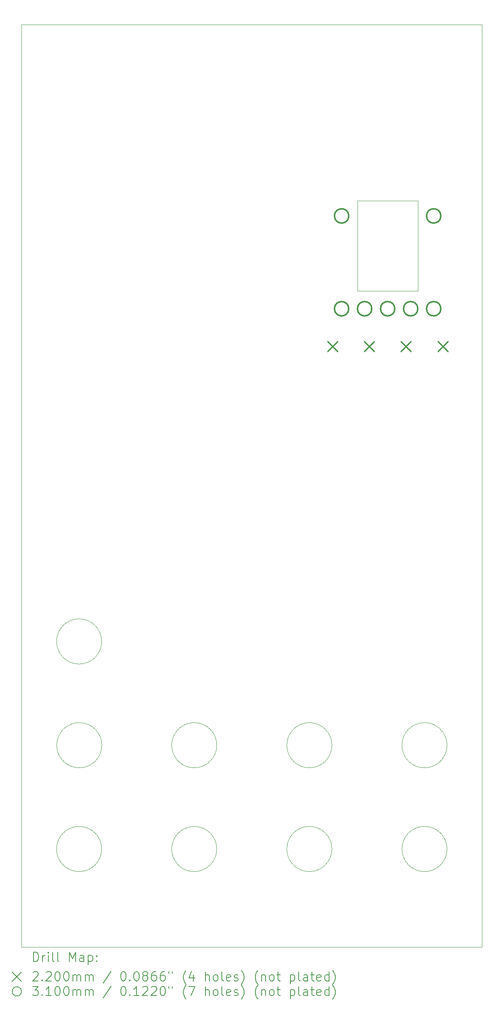
<source format=gbr>
%TF.GenerationSoftware,KiCad,Pcbnew,8.0.3*%
%TF.CreationDate,2024-06-29T18:44:25+02:00*%
%TF.ProjectId,DMH_VCO_40106_PANEL,444d485f-5643-44f5-9f34-303130365f50,1*%
%TF.SameCoordinates,Original*%
%TF.FileFunction,Drillmap*%
%TF.FilePolarity,Positive*%
%FSLAX45Y45*%
G04 Gerber Fmt 4.5, Leading zero omitted, Abs format (unit mm)*
G04 Created by KiCad (PCBNEW 8.0.3) date 2024-06-29 18:44:25*
%MOMM*%
%LPD*%
G01*
G04 APERTURE LIST*
%ADD10C,0.050000*%
%ADD11C,0.200000*%
%ADD12C,0.220000*%
%ADD13C,0.310000*%
G04 APERTURE END LIST*
D10*
X5000000Y-5000000D02*
X15000000Y-5000000D01*
X15000000Y-25000000D01*
X5000000Y-25000000D01*
X5000000Y-5000000D01*
X11740000Y-22875000D02*
G75*
G02*
X10760000Y-22875000I-490000J0D01*
G01*
X10760000Y-22875000D02*
G75*
G02*
X11740000Y-22875000I490000J0D01*
G01*
X6740000Y-22875000D02*
G75*
G02*
X5760000Y-22875000I-490000J0D01*
G01*
X5760000Y-22875000D02*
G75*
G02*
X6740000Y-22875000I490000J0D01*
G01*
X14240000Y-20625000D02*
G75*
G02*
X13260000Y-20625000I-490000J0D01*
G01*
X13260000Y-20625000D02*
G75*
G02*
X14240000Y-20625000I490000J0D01*
G01*
X9240000Y-20625000D02*
G75*
G02*
X8260000Y-20625000I-490000J0D01*
G01*
X8260000Y-20625000D02*
G75*
G02*
X9240000Y-20625000I490000J0D01*
G01*
X12295000Y-8822000D02*
X13605000Y-8822000D01*
X12295000Y-10778000D02*
X12295000Y-8822000D01*
X12295000Y-10778000D02*
X13605000Y-10778000D01*
X13605000Y-10778000D02*
X13605000Y-8822000D01*
X6744000Y-20625000D02*
G75*
G02*
X5764000Y-20625000I-490000J0D01*
G01*
X5764000Y-20625000D02*
G75*
G02*
X6744000Y-20625000I490000J0D01*
G01*
X11740000Y-20625000D02*
G75*
G02*
X10760000Y-20625000I-490000J0D01*
G01*
X10760000Y-20625000D02*
G75*
G02*
X11740000Y-20625000I490000J0D01*
G01*
X14240000Y-22875000D02*
G75*
G02*
X13260000Y-22875000I-490000J0D01*
G01*
X13260000Y-22875000D02*
G75*
G02*
X14240000Y-22875000I490000J0D01*
G01*
X9240000Y-22875000D02*
G75*
G02*
X8260000Y-22875000I-490000J0D01*
G01*
X8260000Y-22875000D02*
G75*
G02*
X9240000Y-22875000I490000J0D01*
G01*
X6740000Y-18375000D02*
G75*
G02*
X5760000Y-18375000I-490000J0D01*
G01*
X5760000Y-18375000D02*
G75*
G02*
X6740000Y-18375000I490000J0D01*
G01*
D11*
D12*
X11640000Y-11865000D02*
X11860000Y-12085000D01*
X11860000Y-11865000D02*
X11640000Y-12085000D01*
X12440000Y-11865000D02*
X12660000Y-12085000D01*
X12660000Y-11865000D02*
X12440000Y-12085000D01*
X13240000Y-11865000D02*
X13460000Y-12085000D01*
X13460000Y-11865000D02*
X13240000Y-12085000D01*
X14040000Y-11865000D02*
X14260000Y-12085000D01*
X14260000Y-11865000D02*
X14040000Y-12085000D01*
D13*
X12105000Y-9150000D02*
G75*
G02*
X11795000Y-9150000I-155000J0D01*
G01*
X11795000Y-9150000D02*
G75*
G02*
X12105000Y-9150000I155000J0D01*
G01*
X12105000Y-11162000D02*
G75*
G02*
X11795000Y-11162000I-155000J0D01*
G01*
X11795000Y-11162000D02*
G75*
G02*
X12105000Y-11162000I155000J0D01*
G01*
X12605000Y-11162000D02*
G75*
G02*
X12295000Y-11162000I-155000J0D01*
G01*
X12295000Y-11162000D02*
G75*
G02*
X12605000Y-11162000I155000J0D01*
G01*
X13105000Y-11162000D02*
G75*
G02*
X12795000Y-11162000I-155000J0D01*
G01*
X12795000Y-11162000D02*
G75*
G02*
X13105000Y-11162000I155000J0D01*
G01*
X13605000Y-11162000D02*
G75*
G02*
X13295000Y-11162000I-155000J0D01*
G01*
X13295000Y-11162000D02*
G75*
G02*
X13605000Y-11162000I155000J0D01*
G01*
X14105000Y-9150000D02*
G75*
G02*
X13795000Y-9150000I-155000J0D01*
G01*
X13795000Y-9150000D02*
G75*
G02*
X14105000Y-9150000I155000J0D01*
G01*
X14105000Y-11162000D02*
G75*
G02*
X13795000Y-11162000I-155000J0D01*
G01*
X13795000Y-11162000D02*
G75*
G02*
X14105000Y-11162000I155000J0D01*
G01*
D11*
X5258277Y-25313984D02*
X5258277Y-25113984D01*
X5258277Y-25113984D02*
X5305896Y-25113984D01*
X5305896Y-25113984D02*
X5334467Y-25123508D01*
X5334467Y-25123508D02*
X5353515Y-25142555D01*
X5353515Y-25142555D02*
X5363039Y-25161603D01*
X5363039Y-25161603D02*
X5372563Y-25199698D01*
X5372563Y-25199698D02*
X5372563Y-25228269D01*
X5372563Y-25228269D02*
X5363039Y-25266365D01*
X5363039Y-25266365D02*
X5353515Y-25285412D01*
X5353515Y-25285412D02*
X5334467Y-25304460D01*
X5334467Y-25304460D02*
X5305896Y-25313984D01*
X5305896Y-25313984D02*
X5258277Y-25313984D01*
X5458277Y-25313984D02*
X5458277Y-25180650D01*
X5458277Y-25218746D02*
X5467801Y-25199698D01*
X5467801Y-25199698D02*
X5477324Y-25190174D01*
X5477324Y-25190174D02*
X5496372Y-25180650D01*
X5496372Y-25180650D02*
X5515420Y-25180650D01*
X5582086Y-25313984D02*
X5582086Y-25180650D01*
X5582086Y-25113984D02*
X5572563Y-25123508D01*
X5572563Y-25123508D02*
X5582086Y-25133031D01*
X5582086Y-25133031D02*
X5591610Y-25123508D01*
X5591610Y-25123508D02*
X5582086Y-25113984D01*
X5582086Y-25113984D02*
X5582086Y-25133031D01*
X5705896Y-25313984D02*
X5686848Y-25304460D01*
X5686848Y-25304460D02*
X5677324Y-25285412D01*
X5677324Y-25285412D02*
X5677324Y-25113984D01*
X5810658Y-25313984D02*
X5791610Y-25304460D01*
X5791610Y-25304460D02*
X5782086Y-25285412D01*
X5782086Y-25285412D02*
X5782086Y-25113984D01*
X6039229Y-25313984D02*
X6039229Y-25113984D01*
X6039229Y-25113984D02*
X6105896Y-25256841D01*
X6105896Y-25256841D02*
X6172562Y-25113984D01*
X6172562Y-25113984D02*
X6172562Y-25313984D01*
X6353515Y-25313984D02*
X6353515Y-25209222D01*
X6353515Y-25209222D02*
X6343991Y-25190174D01*
X6343991Y-25190174D02*
X6324943Y-25180650D01*
X6324943Y-25180650D02*
X6286848Y-25180650D01*
X6286848Y-25180650D02*
X6267801Y-25190174D01*
X6353515Y-25304460D02*
X6334467Y-25313984D01*
X6334467Y-25313984D02*
X6286848Y-25313984D01*
X6286848Y-25313984D02*
X6267801Y-25304460D01*
X6267801Y-25304460D02*
X6258277Y-25285412D01*
X6258277Y-25285412D02*
X6258277Y-25266365D01*
X6258277Y-25266365D02*
X6267801Y-25247317D01*
X6267801Y-25247317D02*
X6286848Y-25237793D01*
X6286848Y-25237793D02*
X6334467Y-25237793D01*
X6334467Y-25237793D02*
X6353515Y-25228269D01*
X6448753Y-25180650D02*
X6448753Y-25380650D01*
X6448753Y-25190174D02*
X6467801Y-25180650D01*
X6467801Y-25180650D02*
X6505896Y-25180650D01*
X6505896Y-25180650D02*
X6524943Y-25190174D01*
X6524943Y-25190174D02*
X6534467Y-25199698D01*
X6534467Y-25199698D02*
X6543991Y-25218746D01*
X6543991Y-25218746D02*
X6543991Y-25275888D01*
X6543991Y-25275888D02*
X6534467Y-25294936D01*
X6534467Y-25294936D02*
X6524943Y-25304460D01*
X6524943Y-25304460D02*
X6505896Y-25313984D01*
X6505896Y-25313984D02*
X6467801Y-25313984D01*
X6467801Y-25313984D02*
X6448753Y-25304460D01*
X6629705Y-25294936D02*
X6639229Y-25304460D01*
X6639229Y-25304460D02*
X6629705Y-25313984D01*
X6629705Y-25313984D02*
X6620182Y-25304460D01*
X6620182Y-25304460D02*
X6629705Y-25294936D01*
X6629705Y-25294936D02*
X6629705Y-25313984D01*
X6629705Y-25190174D02*
X6639229Y-25199698D01*
X6639229Y-25199698D02*
X6629705Y-25209222D01*
X6629705Y-25209222D02*
X6620182Y-25199698D01*
X6620182Y-25199698D02*
X6629705Y-25190174D01*
X6629705Y-25190174D02*
X6629705Y-25209222D01*
X4797500Y-25542500D02*
X4997500Y-25742500D01*
X4997500Y-25542500D02*
X4797500Y-25742500D01*
X5248753Y-25553031D02*
X5258277Y-25543508D01*
X5258277Y-25543508D02*
X5277324Y-25533984D01*
X5277324Y-25533984D02*
X5324944Y-25533984D01*
X5324944Y-25533984D02*
X5343991Y-25543508D01*
X5343991Y-25543508D02*
X5353515Y-25553031D01*
X5353515Y-25553031D02*
X5363039Y-25572079D01*
X5363039Y-25572079D02*
X5363039Y-25591127D01*
X5363039Y-25591127D02*
X5353515Y-25619698D01*
X5353515Y-25619698D02*
X5239229Y-25733984D01*
X5239229Y-25733984D02*
X5363039Y-25733984D01*
X5448753Y-25714936D02*
X5458277Y-25724460D01*
X5458277Y-25724460D02*
X5448753Y-25733984D01*
X5448753Y-25733984D02*
X5439229Y-25724460D01*
X5439229Y-25724460D02*
X5448753Y-25714936D01*
X5448753Y-25714936D02*
X5448753Y-25733984D01*
X5534467Y-25553031D02*
X5543991Y-25543508D01*
X5543991Y-25543508D02*
X5563039Y-25533984D01*
X5563039Y-25533984D02*
X5610658Y-25533984D01*
X5610658Y-25533984D02*
X5629705Y-25543508D01*
X5629705Y-25543508D02*
X5639229Y-25553031D01*
X5639229Y-25553031D02*
X5648753Y-25572079D01*
X5648753Y-25572079D02*
X5648753Y-25591127D01*
X5648753Y-25591127D02*
X5639229Y-25619698D01*
X5639229Y-25619698D02*
X5524944Y-25733984D01*
X5524944Y-25733984D02*
X5648753Y-25733984D01*
X5772562Y-25533984D02*
X5791610Y-25533984D01*
X5791610Y-25533984D02*
X5810658Y-25543508D01*
X5810658Y-25543508D02*
X5820182Y-25553031D01*
X5820182Y-25553031D02*
X5829705Y-25572079D01*
X5829705Y-25572079D02*
X5839229Y-25610174D01*
X5839229Y-25610174D02*
X5839229Y-25657793D01*
X5839229Y-25657793D02*
X5829705Y-25695888D01*
X5829705Y-25695888D02*
X5820182Y-25714936D01*
X5820182Y-25714936D02*
X5810658Y-25724460D01*
X5810658Y-25724460D02*
X5791610Y-25733984D01*
X5791610Y-25733984D02*
X5772562Y-25733984D01*
X5772562Y-25733984D02*
X5753515Y-25724460D01*
X5753515Y-25724460D02*
X5743991Y-25714936D01*
X5743991Y-25714936D02*
X5734467Y-25695888D01*
X5734467Y-25695888D02*
X5724943Y-25657793D01*
X5724943Y-25657793D02*
X5724943Y-25610174D01*
X5724943Y-25610174D02*
X5734467Y-25572079D01*
X5734467Y-25572079D02*
X5743991Y-25553031D01*
X5743991Y-25553031D02*
X5753515Y-25543508D01*
X5753515Y-25543508D02*
X5772562Y-25533984D01*
X5963039Y-25533984D02*
X5982086Y-25533984D01*
X5982086Y-25533984D02*
X6001134Y-25543508D01*
X6001134Y-25543508D02*
X6010658Y-25553031D01*
X6010658Y-25553031D02*
X6020182Y-25572079D01*
X6020182Y-25572079D02*
X6029705Y-25610174D01*
X6029705Y-25610174D02*
X6029705Y-25657793D01*
X6029705Y-25657793D02*
X6020182Y-25695888D01*
X6020182Y-25695888D02*
X6010658Y-25714936D01*
X6010658Y-25714936D02*
X6001134Y-25724460D01*
X6001134Y-25724460D02*
X5982086Y-25733984D01*
X5982086Y-25733984D02*
X5963039Y-25733984D01*
X5963039Y-25733984D02*
X5943991Y-25724460D01*
X5943991Y-25724460D02*
X5934467Y-25714936D01*
X5934467Y-25714936D02*
X5924943Y-25695888D01*
X5924943Y-25695888D02*
X5915420Y-25657793D01*
X5915420Y-25657793D02*
X5915420Y-25610174D01*
X5915420Y-25610174D02*
X5924943Y-25572079D01*
X5924943Y-25572079D02*
X5934467Y-25553031D01*
X5934467Y-25553031D02*
X5943991Y-25543508D01*
X5943991Y-25543508D02*
X5963039Y-25533984D01*
X6115420Y-25733984D02*
X6115420Y-25600650D01*
X6115420Y-25619698D02*
X6124943Y-25610174D01*
X6124943Y-25610174D02*
X6143991Y-25600650D01*
X6143991Y-25600650D02*
X6172563Y-25600650D01*
X6172563Y-25600650D02*
X6191610Y-25610174D01*
X6191610Y-25610174D02*
X6201134Y-25629222D01*
X6201134Y-25629222D02*
X6201134Y-25733984D01*
X6201134Y-25629222D02*
X6210658Y-25610174D01*
X6210658Y-25610174D02*
X6229705Y-25600650D01*
X6229705Y-25600650D02*
X6258277Y-25600650D01*
X6258277Y-25600650D02*
X6277324Y-25610174D01*
X6277324Y-25610174D02*
X6286848Y-25629222D01*
X6286848Y-25629222D02*
X6286848Y-25733984D01*
X6382086Y-25733984D02*
X6382086Y-25600650D01*
X6382086Y-25619698D02*
X6391610Y-25610174D01*
X6391610Y-25610174D02*
X6410658Y-25600650D01*
X6410658Y-25600650D02*
X6439229Y-25600650D01*
X6439229Y-25600650D02*
X6458277Y-25610174D01*
X6458277Y-25610174D02*
X6467801Y-25629222D01*
X6467801Y-25629222D02*
X6467801Y-25733984D01*
X6467801Y-25629222D02*
X6477324Y-25610174D01*
X6477324Y-25610174D02*
X6496372Y-25600650D01*
X6496372Y-25600650D02*
X6524943Y-25600650D01*
X6524943Y-25600650D02*
X6543991Y-25610174D01*
X6543991Y-25610174D02*
X6553515Y-25629222D01*
X6553515Y-25629222D02*
X6553515Y-25733984D01*
X6943991Y-25524460D02*
X6772563Y-25781603D01*
X7201134Y-25533984D02*
X7220182Y-25533984D01*
X7220182Y-25533984D02*
X7239229Y-25543508D01*
X7239229Y-25543508D02*
X7248753Y-25553031D01*
X7248753Y-25553031D02*
X7258277Y-25572079D01*
X7258277Y-25572079D02*
X7267801Y-25610174D01*
X7267801Y-25610174D02*
X7267801Y-25657793D01*
X7267801Y-25657793D02*
X7258277Y-25695888D01*
X7258277Y-25695888D02*
X7248753Y-25714936D01*
X7248753Y-25714936D02*
X7239229Y-25724460D01*
X7239229Y-25724460D02*
X7220182Y-25733984D01*
X7220182Y-25733984D02*
X7201134Y-25733984D01*
X7201134Y-25733984D02*
X7182086Y-25724460D01*
X7182086Y-25724460D02*
X7172563Y-25714936D01*
X7172563Y-25714936D02*
X7163039Y-25695888D01*
X7163039Y-25695888D02*
X7153515Y-25657793D01*
X7153515Y-25657793D02*
X7153515Y-25610174D01*
X7153515Y-25610174D02*
X7163039Y-25572079D01*
X7163039Y-25572079D02*
X7172563Y-25553031D01*
X7172563Y-25553031D02*
X7182086Y-25543508D01*
X7182086Y-25543508D02*
X7201134Y-25533984D01*
X7353515Y-25714936D02*
X7363039Y-25724460D01*
X7363039Y-25724460D02*
X7353515Y-25733984D01*
X7353515Y-25733984D02*
X7343991Y-25724460D01*
X7343991Y-25724460D02*
X7353515Y-25714936D01*
X7353515Y-25714936D02*
X7353515Y-25733984D01*
X7486848Y-25533984D02*
X7505896Y-25533984D01*
X7505896Y-25533984D02*
X7524944Y-25543508D01*
X7524944Y-25543508D02*
X7534467Y-25553031D01*
X7534467Y-25553031D02*
X7543991Y-25572079D01*
X7543991Y-25572079D02*
X7553515Y-25610174D01*
X7553515Y-25610174D02*
X7553515Y-25657793D01*
X7553515Y-25657793D02*
X7543991Y-25695888D01*
X7543991Y-25695888D02*
X7534467Y-25714936D01*
X7534467Y-25714936D02*
X7524944Y-25724460D01*
X7524944Y-25724460D02*
X7505896Y-25733984D01*
X7505896Y-25733984D02*
X7486848Y-25733984D01*
X7486848Y-25733984D02*
X7467801Y-25724460D01*
X7467801Y-25724460D02*
X7458277Y-25714936D01*
X7458277Y-25714936D02*
X7448753Y-25695888D01*
X7448753Y-25695888D02*
X7439229Y-25657793D01*
X7439229Y-25657793D02*
X7439229Y-25610174D01*
X7439229Y-25610174D02*
X7448753Y-25572079D01*
X7448753Y-25572079D02*
X7458277Y-25553031D01*
X7458277Y-25553031D02*
X7467801Y-25543508D01*
X7467801Y-25543508D02*
X7486848Y-25533984D01*
X7667801Y-25619698D02*
X7648753Y-25610174D01*
X7648753Y-25610174D02*
X7639229Y-25600650D01*
X7639229Y-25600650D02*
X7629706Y-25581603D01*
X7629706Y-25581603D02*
X7629706Y-25572079D01*
X7629706Y-25572079D02*
X7639229Y-25553031D01*
X7639229Y-25553031D02*
X7648753Y-25543508D01*
X7648753Y-25543508D02*
X7667801Y-25533984D01*
X7667801Y-25533984D02*
X7705896Y-25533984D01*
X7705896Y-25533984D02*
X7724944Y-25543508D01*
X7724944Y-25543508D02*
X7734467Y-25553031D01*
X7734467Y-25553031D02*
X7743991Y-25572079D01*
X7743991Y-25572079D02*
X7743991Y-25581603D01*
X7743991Y-25581603D02*
X7734467Y-25600650D01*
X7734467Y-25600650D02*
X7724944Y-25610174D01*
X7724944Y-25610174D02*
X7705896Y-25619698D01*
X7705896Y-25619698D02*
X7667801Y-25619698D01*
X7667801Y-25619698D02*
X7648753Y-25629222D01*
X7648753Y-25629222D02*
X7639229Y-25638746D01*
X7639229Y-25638746D02*
X7629706Y-25657793D01*
X7629706Y-25657793D02*
X7629706Y-25695888D01*
X7629706Y-25695888D02*
X7639229Y-25714936D01*
X7639229Y-25714936D02*
X7648753Y-25724460D01*
X7648753Y-25724460D02*
X7667801Y-25733984D01*
X7667801Y-25733984D02*
X7705896Y-25733984D01*
X7705896Y-25733984D02*
X7724944Y-25724460D01*
X7724944Y-25724460D02*
X7734467Y-25714936D01*
X7734467Y-25714936D02*
X7743991Y-25695888D01*
X7743991Y-25695888D02*
X7743991Y-25657793D01*
X7743991Y-25657793D02*
X7734467Y-25638746D01*
X7734467Y-25638746D02*
X7724944Y-25629222D01*
X7724944Y-25629222D02*
X7705896Y-25619698D01*
X7915420Y-25533984D02*
X7877325Y-25533984D01*
X7877325Y-25533984D02*
X7858277Y-25543508D01*
X7858277Y-25543508D02*
X7848753Y-25553031D01*
X7848753Y-25553031D02*
X7829706Y-25581603D01*
X7829706Y-25581603D02*
X7820182Y-25619698D01*
X7820182Y-25619698D02*
X7820182Y-25695888D01*
X7820182Y-25695888D02*
X7829706Y-25714936D01*
X7829706Y-25714936D02*
X7839229Y-25724460D01*
X7839229Y-25724460D02*
X7858277Y-25733984D01*
X7858277Y-25733984D02*
X7896372Y-25733984D01*
X7896372Y-25733984D02*
X7915420Y-25724460D01*
X7915420Y-25724460D02*
X7924944Y-25714936D01*
X7924944Y-25714936D02*
X7934467Y-25695888D01*
X7934467Y-25695888D02*
X7934467Y-25648269D01*
X7934467Y-25648269D02*
X7924944Y-25629222D01*
X7924944Y-25629222D02*
X7915420Y-25619698D01*
X7915420Y-25619698D02*
X7896372Y-25610174D01*
X7896372Y-25610174D02*
X7858277Y-25610174D01*
X7858277Y-25610174D02*
X7839229Y-25619698D01*
X7839229Y-25619698D02*
X7829706Y-25629222D01*
X7829706Y-25629222D02*
X7820182Y-25648269D01*
X8105896Y-25533984D02*
X8067801Y-25533984D01*
X8067801Y-25533984D02*
X8048753Y-25543508D01*
X8048753Y-25543508D02*
X8039229Y-25553031D01*
X8039229Y-25553031D02*
X8020182Y-25581603D01*
X8020182Y-25581603D02*
X8010658Y-25619698D01*
X8010658Y-25619698D02*
X8010658Y-25695888D01*
X8010658Y-25695888D02*
X8020182Y-25714936D01*
X8020182Y-25714936D02*
X8029706Y-25724460D01*
X8029706Y-25724460D02*
X8048753Y-25733984D01*
X8048753Y-25733984D02*
X8086848Y-25733984D01*
X8086848Y-25733984D02*
X8105896Y-25724460D01*
X8105896Y-25724460D02*
X8115420Y-25714936D01*
X8115420Y-25714936D02*
X8124944Y-25695888D01*
X8124944Y-25695888D02*
X8124944Y-25648269D01*
X8124944Y-25648269D02*
X8115420Y-25629222D01*
X8115420Y-25629222D02*
X8105896Y-25619698D01*
X8105896Y-25619698D02*
X8086848Y-25610174D01*
X8086848Y-25610174D02*
X8048753Y-25610174D01*
X8048753Y-25610174D02*
X8029706Y-25619698D01*
X8029706Y-25619698D02*
X8020182Y-25629222D01*
X8020182Y-25629222D02*
X8010658Y-25648269D01*
X8201134Y-25533984D02*
X8201134Y-25572079D01*
X8277325Y-25533984D02*
X8277325Y-25572079D01*
X8572563Y-25810174D02*
X8563039Y-25800650D01*
X8563039Y-25800650D02*
X8543991Y-25772079D01*
X8543991Y-25772079D02*
X8534468Y-25753031D01*
X8534468Y-25753031D02*
X8524944Y-25724460D01*
X8524944Y-25724460D02*
X8515420Y-25676841D01*
X8515420Y-25676841D02*
X8515420Y-25638746D01*
X8515420Y-25638746D02*
X8524944Y-25591127D01*
X8524944Y-25591127D02*
X8534468Y-25562555D01*
X8534468Y-25562555D02*
X8543991Y-25543508D01*
X8543991Y-25543508D02*
X8563039Y-25514936D01*
X8563039Y-25514936D02*
X8572563Y-25505412D01*
X8734468Y-25600650D02*
X8734468Y-25733984D01*
X8686849Y-25524460D02*
X8639230Y-25667317D01*
X8639230Y-25667317D02*
X8763039Y-25667317D01*
X8991611Y-25733984D02*
X8991611Y-25533984D01*
X9077325Y-25733984D02*
X9077325Y-25629222D01*
X9077325Y-25629222D02*
X9067801Y-25610174D01*
X9067801Y-25610174D02*
X9048753Y-25600650D01*
X9048753Y-25600650D02*
X9020182Y-25600650D01*
X9020182Y-25600650D02*
X9001134Y-25610174D01*
X9001134Y-25610174D02*
X8991611Y-25619698D01*
X9201134Y-25733984D02*
X9182087Y-25724460D01*
X9182087Y-25724460D02*
X9172563Y-25714936D01*
X9172563Y-25714936D02*
X9163039Y-25695888D01*
X9163039Y-25695888D02*
X9163039Y-25638746D01*
X9163039Y-25638746D02*
X9172563Y-25619698D01*
X9172563Y-25619698D02*
X9182087Y-25610174D01*
X9182087Y-25610174D02*
X9201134Y-25600650D01*
X9201134Y-25600650D02*
X9229706Y-25600650D01*
X9229706Y-25600650D02*
X9248753Y-25610174D01*
X9248753Y-25610174D02*
X9258277Y-25619698D01*
X9258277Y-25619698D02*
X9267801Y-25638746D01*
X9267801Y-25638746D02*
X9267801Y-25695888D01*
X9267801Y-25695888D02*
X9258277Y-25714936D01*
X9258277Y-25714936D02*
X9248753Y-25724460D01*
X9248753Y-25724460D02*
X9229706Y-25733984D01*
X9229706Y-25733984D02*
X9201134Y-25733984D01*
X9382087Y-25733984D02*
X9363039Y-25724460D01*
X9363039Y-25724460D02*
X9353515Y-25705412D01*
X9353515Y-25705412D02*
X9353515Y-25533984D01*
X9534468Y-25724460D02*
X9515420Y-25733984D01*
X9515420Y-25733984D02*
X9477325Y-25733984D01*
X9477325Y-25733984D02*
X9458277Y-25724460D01*
X9458277Y-25724460D02*
X9448753Y-25705412D01*
X9448753Y-25705412D02*
X9448753Y-25629222D01*
X9448753Y-25629222D02*
X9458277Y-25610174D01*
X9458277Y-25610174D02*
X9477325Y-25600650D01*
X9477325Y-25600650D02*
X9515420Y-25600650D01*
X9515420Y-25600650D02*
X9534468Y-25610174D01*
X9534468Y-25610174D02*
X9543992Y-25629222D01*
X9543992Y-25629222D02*
X9543992Y-25648269D01*
X9543992Y-25648269D02*
X9448753Y-25667317D01*
X9620182Y-25724460D02*
X9639230Y-25733984D01*
X9639230Y-25733984D02*
X9677325Y-25733984D01*
X9677325Y-25733984D02*
X9696373Y-25724460D01*
X9696373Y-25724460D02*
X9705896Y-25705412D01*
X9705896Y-25705412D02*
X9705896Y-25695888D01*
X9705896Y-25695888D02*
X9696373Y-25676841D01*
X9696373Y-25676841D02*
X9677325Y-25667317D01*
X9677325Y-25667317D02*
X9648753Y-25667317D01*
X9648753Y-25667317D02*
X9629706Y-25657793D01*
X9629706Y-25657793D02*
X9620182Y-25638746D01*
X9620182Y-25638746D02*
X9620182Y-25629222D01*
X9620182Y-25629222D02*
X9629706Y-25610174D01*
X9629706Y-25610174D02*
X9648753Y-25600650D01*
X9648753Y-25600650D02*
X9677325Y-25600650D01*
X9677325Y-25600650D02*
X9696373Y-25610174D01*
X9772563Y-25810174D02*
X9782087Y-25800650D01*
X9782087Y-25800650D02*
X9801134Y-25772079D01*
X9801134Y-25772079D02*
X9810658Y-25753031D01*
X9810658Y-25753031D02*
X9820182Y-25724460D01*
X9820182Y-25724460D02*
X9829706Y-25676841D01*
X9829706Y-25676841D02*
X9829706Y-25638746D01*
X9829706Y-25638746D02*
X9820182Y-25591127D01*
X9820182Y-25591127D02*
X9810658Y-25562555D01*
X9810658Y-25562555D02*
X9801134Y-25543508D01*
X9801134Y-25543508D02*
X9782087Y-25514936D01*
X9782087Y-25514936D02*
X9772563Y-25505412D01*
X10134468Y-25810174D02*
X10124944Y-25800650D01*
X10124944Y-25800650D02*
X10105896Y-25772079D01*
X10105896Y-25772079D02*
X10096373Y-25753031D01*
X10096373Y-25753031D02*
X10086849Y-25724460D01*
X10086849Y-25724460D02*
X10077325Y-25676841D01*
X10077325Y-25676841D02*
X10077325Y-25638746D01*
X10077325Y-25638746D02*
X10086849Y-25591127D01*
X10086849Y-25591127D02*
X10096373Y-25562555D01*
X10096373Y-25562555D02*
X10105896Y-25543508D01*
X10105896Y-25543508D02*
X10124944Y-25514936D01*
X10124944Y-25514936D02*
X10134468Y-25505412D01*
X10210658Y-25600650D02*
X10210658Y-25733984D01*
X10210658Y-25619698D02*
X10220182Y-25610174D01*
X10220182Y-25610174D02*
X10239230Y-25600650D01*
X10239230Y-25600650D02*
X10267801Y-25600650D01*
X10267801Y-25600650D02*
X10286849Y-25610174D01*
X10286849Y-25610174D02*
X10296373Y-25629222D01*
X10296373Y-25629222D02*
X10296373Y-25733984D01*
X10420182Y-25733984D02*
X10401134Y-25724460D01*
X10401134Y-25724460D02*
X10391611Y-25714936D01*
X10391611Y-25714936D02*
X10382087Y-25695888D01*
X10382087Y-25695888D02*
X10382087Y-25638746D01*
X10382087Y-25638746D02*
X10391611Y-25619698D01*
X10391611Y-25619698D02*
X10401134Y-25610174D01*
X10401134Y-25610174D02*
X10420182Y-25600650D01*
X10420182Y-25600650D02*
X10448754Y-25600650D01*
X10448754Y-25600650D02*
X10467801Y-25610174D01*
X10467801Y-25610174D02*
X10477325Y-25619698D01*
X10477325Y-25619698D02*
X10486849Y-25638746D01*
X10486849Y-25638746D02*
X10486849Y-25695888D01*
X10486849Y-25695888D02*
X10477325Y-25714936D01*
X10477325Y-25714936D02*
X10467801Y-25724460D01*
X10467801Y-25724460D02*
X10448754Y-25733984D01*
X10448754Y-25733984D02*
X10420182Y-25733984D01*
X10543992Y-25600650D02*
X10620182Y-25600650D01*
X10572563Y-25533984D02*
X10572563Y-25705412D01*
X10572563Y-25705412D02*
X10582087Y-25724460D01*
X10582087Y-25724460D02*
X10601134Y-25733984D01*
X10601134Y-25733984D02*
X10620182Y-25733984D01*
X10839230Y-25600650D02*
X10839230Y-25800650D01*
X10839230Y-25610174D02*
X10858277Y-25600650D01*
X10858277Y-25600650D02*
X10896373Y-25600650D01*
X10896373Y-25600650D02*
X10915420Y-25610174D01*
X10915420Y-25610174D02*
X10924944Y-25619698D01*
X10924944Y-25619698D02*
X10934468Y-25638746D01*
X10934468Y-25638746D02*
X10934468Y-25695888D01*
X10934468Y-25695888D02*
X10924944Y-25714936D01*
X10924944Y-25714936D02*
X10915420Y-25724460D01*
X10915420Y-25724460D02*
X10896373Y-25733984D01*
X10896373Y-25733984D02*
X10858277Y-25733984D01*
X10858277Y-25733984D02*
X10839230Y-25724460D01*
X11048754Y-25733984D02*
X11029706Y-25724460D01*
X11029706Y-25724460D02*
X11020182Y-25705412D01*
X11020182Y-25705412D02*
X11020182Y-25533984D01*
X11210658Y-25733984D02*
X11210658Y-25629222D01*
X11210658Y-25629222D02*
X11201134Y-25610174D01*
X11201134Y-25610174D02*
X11182087Y-25600650D01*
X11182087Y-25600650D02*
X11143992Y-25600650D01*
X11143992Y-25600650D02*
X11124944Y-25610174D01*
X11210658Y-25724460D02*
X11191611Y-25733984D01*
X11191611Y-25733984D02*
X11143992Y-25733984D01*
X11143992Y-25733984D02*
X11124944Y-25724460D01*
X11124944Y-25724460D02*
X11115420Y-25705412D01*
X11115420Y-25705412D02*
X11115420Y-25686365D01*
X11115420Y-25686365D02*
X11124944Y-25667317D01*
X11124944Y-25667317D02*
X11143992Y-25657793D01*
X11143992Y-25657793D02*
X11191611Y-25657793D01*
X11191611Y-25657793D02*
X11210658Y-25648269D01*
X11277325Y-25600650D02*
X11353515Y-25600650D01*
X11305896Y-25533984D02*
X11305896Y-25705412D01*
X11305896Y-25705412D02*
X11315420Y-25724460D01*
X11315420Y-25724460D02*
X11334468Y-25733984D01*
X11334468Y-25733984D02*
X11353515Y-25733984D01*
X11496373Y-25724460D02*
X11477325Y-25733984D01*
X11477325Y-25733984D02*
X11439230Y-25733984D01*
X11439230Y-25733984D02*
X11420182Y-25724460D01*
X11420182Y-25724460D02*
X11410658Y-25705412D01*
X11410658Y-25705412D02*
X11410658Y-25629222D01*
X11410658Y-25629222D02*
X11420182Y-25610174D01*
X11420182Y-25610174D02*
X11439230Y-25600650D01*
X11439230Y-25600650D02*
X11477325Y-25600650D01*
X11477325Y-25600650D02*
X11496373Y-25610174D01*
X11496373Y-25610174D02*
X11505896Y-25629222D01*
X11505896Y-25629222D02*
X11505896Y-25648269D01*
X11505896Y-25648269D02*
X11410658Y-25667317D01*
X11677325Y-25733984D02*
X11677325Y-25533984D01*
X11677325Y-25724460D02*
X11658277Y-25733984D01*
X11658277Y-25733984D02*
X11620182Y-25733984D01*
X11620182Y-25733984D02*
X11601134Y-25724460D01*
X11601134Y-25724460D02*
X11591611Y-25714936D01*
X11591611Y-25714936D02*
X11582087Y-25695888D01*
X11582087Y-25695888D02*
X11582087Y-25638746D01*
X11582087Y-25638746D02*
X11591611Y-25619698D01*
X11591611Y-25619698D02*
X11601134Y-25610174D01*
X11601134Y-25610174D02*
X11620182Y-25600650D01*
X11620182Y-25600650D02*
X11658277Y-25600650D01*
X11658277Y-25600650D02*
X11677325Y-25610174D01*
X11753515Y-25810174D02*
X11763039Y-25800650D01*
X11763039Y-25800650D02*
X11782087Y-25772079D01*
X11782087Y-25772079D02*
X11791611Y-25753031D01*
X11791611Y-25753031D02*
X11801134Y-25724460D01*
X11801134Y-25724460D02*
X11810658Y-25676841D01*
X11810658Y-25676841D02*
X11810658Y-25638746D01*
X11810658Y-25638746D02*
X11801134Y-25591127D01*
X11801134Y-25591127D02*
X11791611Y-25562555D01*
X11791611Y-25562555D02*
X11782087Y-25543508D01*
X11782087Y-25543508D02*
X11763039Y-25514936D01*
X11763039Y-25514936D02*
X11753515Y-25505412D01*
X4997500Y-25962500D02*
G75*
G02*
X4797500Y-25962500I-100000J0D01*
G01*
X4797500Y-25962500D02*
G75*
G02*
X4997500Y-25962500I100000J0D01*
G01*
X5239229Y-25853984D02*
X5363039Y-25853984D01*
X5363039Y-25853984D02*
X5296372Y-25930174D01*
X5296372Y-25930174D02*
X5324944Y-25930174D01*
X5324944Y-25930174D02*
X5343991Y-25939698D01*
X5343991Y-25939698D02*
X5353515Y-25949222D01*
X5353515Y-25949222D02*
X5363039Y-25968269D01*
X5363039Y-25968269D02*
X5363039Y-26015888D01*
X5363039Y-26015888D02*
X5353515Y-26034936D01*
X5353515Y-26034936D02*
X5343991Y-26044460D01*
X5343991Y-26044460D02*
X5324944Y-26053984D01*
X5324944Y-26053984D02*
X5267801Y-26053984D01*
X5267801Y-26053984D02*
X5248753Y-26044460D01*
X5248753Y-26044460D02*
X5239229Y-26034936D01*
X5448753Y-26034936D02*
X5458277Y-26044460D01*
X5458277Y-26044460D02*
X5448753Y-26053984D01*
X5448753Y-26053984D02*
X5439229Y-26044460D01*
X5439229Y-26044460D02*
X5448753Y-26034936D01*
X5448753Y-26034936D02*
X5448753Y-26053984D01*
X5648753Y-26053984D02*
X5534467Y-26053984D01*
X5591610Y-26053984D02*
X5591610Y-25853984D01*
X5591610Y-25853984D02*
X5572563Y-25882555D01*
X5572563Y-25882555D02*
X5553515Y-25901603D01*
X5553515Y-25901603D02*
X5534467Y-25911127D01*
X5772562Y-25853984D02*
X5791610Y-25853984D01*
X5791610Y-25853984D02*
X5810658Y-25863508D01*
X5810658Y-25863508D02*
X5820182Y-25873031D01*
X5820182Y-25873031D02*
X5829705Y-25892079D01*
X5829705Y-25892079D02*
X5839229Y-25930174D01*
X5839229Y-25930174D02*
X5839229Y-25977793D01*
X5839229Y-25977793D02*
X5829705Y-26015888D01*
X5829705Y-26015888D02*
X5820182Y-26034936D01*
X5820182Y-26034936D02*
X5810658Y-26044460D01*
X5810658Y-26044460D02*
X5791610Y-26053984D01*
X5791610Y-26053984D02*
X5772562Y-26053984D01*
X5772562Y-26053984D02*
X5753515Y-26044460D01*
X5753515Y-26044460D02*
X5743991Y-26034936D01*
X5743991Y-26034936D02*
X5734467Y-26015888D01*
X5734467Y-26015888D02*
X5724943Y-25977793D01*
X5724943Y-25977793D02*
X5724943Y-25930174D01*
X5724943Y-25930174D02*
X5734467Y-25892079D01*
X5734467Y-25892079D02*
X5743991Y-25873031D01*
X5743991Y-25873031D02*
X5753515Y-25863508D01*
X5753515Y-25863508D02*
X5772562Y-25853984D01*
X5963039Y-25853984D02*
X5982086Y-25853984D01*
X5982086Y-25853984D02*
X6001134Y-25863508D01*
X6001134Y-25863508D02*
X6010658Y-25873031D01*
X6010658Y-25873031D02*
X6020182Y-25892079D01*
X6020182Y-25892079D02*
X6029705Y-25930174D01*
X6029705Y-25930174D02*
X6029705Y-25977793D01*
X6029705Y-25977793D02*
X6020182Y-26015888D01*
X6020182Y-26015888D02*
X6010658Y-26034936D01*
X6010658Y-26034936D02*
X6001134Y-26044460D01*
X6001134Y-26044460D02*
X5982086Y-26053984D01*
X5982086Y-26053984D02*
X5963039Y-26053984D01*
X5963039Y-26053984D02*
X5943991Y-26044460D01*
X5943991Y-26044460D02*
X5934467Y-26034936D01*
X5934467Y-26034936D02*
X5924943Y-26015888D01*
X5924943Y-26015888D02*
X5915420Y-25977793D01*
X5915420Y-25977793D02*
X5915420Y-25930174D01*
X5915420Y-25930174D02*
X5924943Y-25892079D01*
X5924943Y-25892079D02*
X5934467Y-25873031D01*
X5934467Y-25873031D02*
X5943991Y-25863508D01*
X5943991Y-25863508D02*
X5963039Y-25853984D01*
X6115420Y-26053984D02*
X6115420Y-25920650D01*
X6115420Y-25939698D02*
X6124943Y-25930174D01*
X6124943Y-25930174D02*
X6143991Y-25920650D01*
X6143991Y-25920650D02*
X6172563Y-25920650D01*
X6172563Y-25920650D02*
X6191610Y-25930174D01*
X6191610Y-25930174D02*
X6201134Y-25949222D01*
X6201134Y-25949222D02*
X6201134Y-26053984D01*
X6201134Y-25949222D02*
X6210658Y-25930174D01*
X6210658Y-25930174D02*
X6229705Y-25920650D01*
X6229705Y-25920650D02*
X6258277Y-25920650D01*
X6258277Y-25920650D02*
X6277324Y-25930174D01*
X6277324Y-25930174D02*
X6286848Y-25949222D01*
X6286848Y-25949222D02*
X6286848Y-26053984D01*
X6382086Y-26053984D02*
X6382086Y-25920650D01*
X6382086Y-25939698D02*
X6391610Y-25930174D01*
X6391610Y-25930174D02*
X6410658Y-25920650D01*
X6410658Y-25920650D02*
X6439229Y-25920650D01*
X6439229Y-25920650D02*
X6458277Y-25930174D01*
X6458277Y-25930174D02*
X6467801Y-25949222D01*
X6467801Y-25949222D02*
X6467801Y-26053984D01*
X6467801Y-25949222D02*
X6477324Y-25930174D01*
X6477324Y-25930174D02*
X6496372Y-25920650D01*
X6496372Y-25920650D02*
X6524943Y-25920650D01*
X6524943Y-25920650D02*
X6543991Y-25930174D01*
X6543991Y-25930174D02*
X6553515Y-25949222D01*
X6553515Y-25949222D02*
X6553515Y-26053984D01*
X6943991Y-25844460D02*
X6772563Y-26101603D01*
X7201134Y-25853984D02*
X7220182Y-25853984D01*
X7220182Y-25853984D02*
X7239229Y-25863508D01*
X7239229Y-25863508D02*
X7248753Y-25873031D01*
X7248753Y-25873031D02*
X7258277Y-25892079D01*
X7258277Y-25892079D02*
X7267801Y-25930174D01*
X7267801Y-25930174D02*
X7267801Y-25977793D01*
X7267801Y-25977793D02*
X7258277Y-26015888D01*
X7258277Y-26015888D02*
X7248753Y-26034936D01*
X7248753Y-26034936D02*
X7239229Y-26044460D01*
X7239229Y-26044460D02*
X7220182Y-26053984D01*
X7220182Y-26053984D02*
X7201134Y-26053984D01*
X7201134Y-26053984D02*
X7182086Y-26044460D01*
X7182086Y-26044460D02*
X7172563Y-26034936D01*
X7172563Y-26034936D02*
X7163039Y-26015888D01*
X7163039Y-26015888D02*
X7153515Y-25977793D01*
X7153515Y-25977793D02*
X7153515Y-25930174D01*
X7153515Y-25930174D02*
X7163039Y-25892079D01*
X7163039Y-25892079D02*
X7172563Y-25873031D01*
X7172563Y-25873031D02*
X7182086Y-25863508D01*
X7182086Y-25863508D02*
X7201134Y-25853984D01*
X7353515Y-26034936D02*
X7363039Y-26044460D01*
X7363039Y-26044460D02*
X7353515Y-26053984D01*
X7353515Y-26053984D02*
X7343991Y-26044460D01*
X7343991Y-26044460D02*
X7353515Y-26034936D01*
X7353515Y-26034936D02*
X7353515Y-26053984D01*
X7553515Y-26053984D02*
X7439229Y-26053984D01*
X7496372Y-26053984D02*
X7496372Y-25853984D01*
X7496372Y-25853984D02*
X7477325Y-25882555D01*
X7477325Y-25882555D02*
X7458277Y-25901603D01*
X7458277Y-25901603D02*
X7439229Y-25911127D01*
X7629706Y-25873031D02*
X7639229Y-25863508D01*
X7639229Y-25863508D02*
X7658277Y-25853984D01*
X7658277Y-25853984D02*
X7705896Y-25853984D01*
X7705896Y-25853984D02*
X7724944Y-25863508D01*
X7724944Y-25863508D02*
X7734467Y-25873031D01*
X7734467Y-25873031D02*
X7743991Y-25892079D01*
X7743991Y-25892079D02*
X7743991Y-25911127D01*
X7743991Y-25911127D02*
X7734467Y-25939698D01*
X7734467Y-25939698D02*
X7620182Y-26053984D01*
X7620182Y-26053984D02*
X7743991Y-26053984D01*
X7820182Y-25873031D02*
X7829706Y-25863508D01*
X7829706Y-25863508D02*
X7848753Y-25853984D01*
X7848753Y-25853984D02*
X7896372Y-25853984D01*
X7896372Y-25853984D02*
X7915420Y-25863508D01*
X7915420Y-25863508D02*
X7924944Y-25873031D01*
X7924944Y-25873031D02*
X7934467Y-25892079D01*
X7934467Y-25892079D02*
X7934467Y-25911127D01*
X7934467Y-25911127D02*
X7924944Y-25939698D01*
X7924944Y-25939698D02*
X7810658Y-26053984D01*
X7810658Y-26053984D02*
X7934467Y-26053984D01*
X8058277Y-25853984D02*
X8077325Y-25853984D01*
X8077325Y-25853984D02*
X8096372Y-25863508D01*
X8096372Y-25863508D02*
X8105896Y-25873031D01*
X8105896Y-25873031D02*
X8115420Y-25892079D01*
X8115420Y-25892079D02*
X8124944Y-25930174D01*
X8124944Y-25930174D02*
X8124944Y-25977793D01*
X8124944Y-25977793D02*
X8115420Y-26015888D01*
X8115420Y-26015888D02*
X8105896Y-26034936D01*
X8105896Y-26034936D02*
X8096372Y-26044460D01*
X8096372Y-26044460D02*
X8077325Y-26053984D01*
X8077325Y-26053984D02*
X8058277Y-26053984D01*
X8058277Y-26053984D02*
X8039229Y-26044460D01*
X8039229Y-26044460D02*
X8029706Y-26034936D01*
X8029706Y-26034936D02*
X8020182Y-26015888D01*
X8020182Y-26015888D02*
X8010658Y-25977793D01*
X8010658Y-25977793D02*
X8010658Y-25930174D01*
X8010658Y-25930174D02*
X8020182Y-25892079D01*
X8020182Y-25892079D02*
X8029706Y-25873031D01*
X8029706Y-25873031D02*
X8039229Y-25863508D01*
X8039229Y-25863508D02*
X8058277Y-25853984D01*
X8201134Y-25853984D02*
X8201134Y-25892079D01*
X8277325Y-25853984D02*
X8277325Y-25892079D01*
X8572563Y-26130174D02*
X8563039Y-26120650D01*
X8563039Y-26120650D02*
X8543991Y-26092079D01*
X8543991Y-26092079D02*
X8534468Y-26073031D01*
X8534468Y-26073031D02*
X8524944Y-26044460D01*
X8524944Y-26044460D02*
X8515420Y-25996841D01*
X8515420Y-25996841D02*
X8515420Y-25958746D01*
X8515420Y-25958746D02*
X8524944Y-25911127D01*
X8524944Y-25911127D02*
X8534468Y-25882555D01*
X8534468Y-25882555D02*
X8543991Y-25863508D01*
X8543991Y-25863508D02*
X8563039Y-25834936D01*
X8563039Y-25834936D02*
X8572563Y-25825412D01*
X8629706Y-25853984D02*
X8763039Y-25853984D01*
X8763039Y-25853984D02*
X8677325Y-26053984D01*
X8991611Y-26053984D02*
X8991611Y-25853984D01*
X9077325Y-26053984D02*
X9077325Y-25949222D01*
X9077325Y-25949222D02*
X9067801Y-25930174D01*
X9067801Y-25930174D02*
X9048753Y-25920650D01*
X9048753Y-25920650D02*
X9020182Y-25920650D01*
X9020182Y-25920650D02*
X9001134Y-25930174D01*
X9001134Y-25930174D02*
X8991611Y-25939698D01*
X9201134Y-26053984D02*
X9182087Y-26044460D01*
X9182087Y-26044460D02*
X9172563Y-26034936D01*
X9172563Y-26034936D02*
X9163039Y-26015888D01*
X9163039Y-26015888D02*
X9163039Y-25958746D01*
X9163039Y-25958746D02*
X9172563Y-25939698D01*
X9172563Y-25939698D02*
X9182087Y-25930174D01*
X9182087Y-25930174D02*
X9201134Y-25920650D01*
X9201134Y-25920650D02*
X9229706Y-25920650D01*
X9229706Y-25920650D02*
X9248753Y-25930174D01*
X9248753Y-25930174D02*
X9258277Y-25939698D01*
X9258277Y-25939698D02*
X9267801Y-25958746D01*
X9267801Y-25958746D02*
X9267801Y-26015888D01*
X9267801Y-26015888D02*
X9258277Y-26034936D01*
X9258277Y-26034936D02*
X9248753Y-26044460D01*
X9248753Y-26044460D02*
X9229706Y-26053984D01*
X9229706Y-26053984D02*
X9201134Y-26053984D01*
X9382087Y-26053984D02*
X9363039Y-26044460D01*
X9363039Y-26044460D02*
X9353515Y-26025412D01*
X9353515Y-26025412D02*
X9353515Y-25853984D01*
X9534468Y-26044460D02*
X9515420Y-26053984D01*
X9515420Y-26053984D02*
X9477325Y-26053984D01*
X9477325Y-26053984D02*
X9458277Y-26044460D01*
X9458277Y-26044460D02*
X9448753Y-26025412D01*
X9448753Y-26025412D02*
X9448753Y-25949222D01*
X9448753Y-25949222D02*
X9458277Y-25930174D01*
X9458277Y-25930174D02*
X9477325Y-25920650D01*
X9477325Y-25920650D02*
X9515420Y-25920650D01*
X9515420Y-25920650D02*
X9534468Y-25930174D01*
X9534468Y-25930174D02*
X9543992Y-25949222D01*
X9543992Y-25949222D02*
X9543992Y-25968269D01*
X9543992Y-25968269D02*
X9448753Y-25987317D01*
X9620182Y-26044460D02*
X9639230Y-26053984D01*
X9639230Y-26053984D02*
X9677325Y-26053984D01*
X9677325Y-26053984D02*
X9696373Y-26044460D01*
X9696373Y-26044460D02*
X9705896Y-26025412D01*
X9705896Y-26025412D02*
X9705896Y-26015888D01*
X9705896Y-26015888D02*
X9696373Y-25996841D01*
X9696373Y-25996841D02*
X9677325Y-25987317D01*
X9677325Y-25987317D02*
X9648753Y-25987317D01*
X9648753Y-25987317D02*
X9629706Y-25977793D01*
X9629706Y-25977793D02*
X9620182Y-25958746D01*
X9620182Y-25958746D02*
X9620182Y-25949222D01*
X9620182Y-25949222D02*
X9629706Y-25930174D01*
X9629706Y-25930174D02*
X9648753Y-25920650D01*
X9648753Y-25920650D02*
X9677325Y-25920650D01*
X9677325Y-25920650D02*
X9696373Y-25930174D01*
X9772563Y-26130174D02*
X9782087Y-26120650D01*
X9782087Y-26120650D02*
X9801134Y-26092079D01*
X9801134Y-26092079D02*
X9810658Y-26073031D01*
X9810658Y-26073031D02*
X9820182Y-26044460D01*
X9820182Y-26044460D02*
X9829706Y-25996841D01*
X9829706Y-25996841D02*
X9829706Y-25958746D01*
X9829706Y-25958746D02*
X9820182Y-25911127D01*
X9820182Y-25911127D02*
X9810658Y-25882555D01*
X9810658Y-25882555D02*
X9801134Y-25863508D01*
X9801134Y-25863508D02*
X9782087Y-25834936D01*
X9782087Y-25834936D02*
X9772563Y-25825412D01*
X10134468Y-26130174D02*
X10124944Y-26120650D01*
X10124944Y-26120650D02*
X10105896Y-26092079D01*
X10105896Y-26092079D02*
X10096373Y-26073031D01*
X10096373Y-26073031D02*
X10086849Y-26044460D01*
X10086849Y-26044460D02*
X10077325Y-25996841D01*
X10077325Y-25996841D02*
X10077325Y-25958746D01*
X10077325Y-25958746D02*
X10086849Y-25911127D01*
X10086849Y-25911127D02*
X10096373Y-25882555D01*
X10096373Y-25882555D02*
X10105896Y-25863508D01*
X10105896Y-25863508D02*
X10124944Y-25834936D01*
X10124944Y-25834936D02*
X10134468Y-25825412D01*
X10210658Y-25920650D02*
X10210658Y-26053984D01*
X10210658Y-25939698D02*
X10220182Y-25930174D01*
X10220182Y-25930174D02*
X10239230Y-25920650D01*
X10239230Y-25920650D02*
X10267801Y-25920650D01*
X10267801Y-25920650D02*
X10286849Y-25930174D01*
X10286849Y-25930174D02*
X10296373Y-25949222D01*
X10296373Y-25949222D02*
X10296373Y-26053984D01*
X10420182Y-26053984D02*
X10401134Y-26044460D01*
X10401134Y-26044460D02*
X10391611Y-26034936D01*
X10391611Y-26034936D02*
X10382087Y-26015888D01*
X10382087Y-26015888D02*
X10382087Y-25958746D01*
X10382087Y-25958746D02*
X10391611Y-25939698D01*
X10391611Y-25939698D02*
X10401134Y-25930174D01*
X10401134Y-25930174D02*
X10420182Y-25920650D01*
X10420182Y-25920650D02*
X10448754Y-25920650D01*
X10448754Y-25920650D02*
X10467801Y-25930174D01*
X10467801Y-25930174D02*
X10477325Y-25939698D01*
X10477325Y-25939698D02*
X10486849Y-25958746D01*
X10486849Y-25958746D02*
X10486849Y-26015888D01*
X10486849Y-26015888D02*
X10477325Y-26034936D01*
X10477325Y-26034936D02*
X10467801Y-26044460D01*
X10467801Y-26044460D02*
X10448754Y-26053984D01*
X10448754Y-26053984D02*
X10420182Y-26053984D01*
X10543992Y-25920650D02*
X10620182Y-25920650D01*
X10572563Y-25853984D02*
X10572563Y-26025412D01*
X10572563Y-26025412D02*
X10582087Y-26044460D01*
X10582087Y-26044460D02*
X10601134Y-26053984D01*
X10601134Y-26053984D02*
X10620182Y-26053984D01*
X10839230Y-25920650D02*
X10839230Y-26120650D01*
X10839230Y-25930174D02*
X10858277Y-25920650D01*
X10858277Y-25920650D02*
X10896373Y-25920650D01*
X10896373Y-25920650D02*
X10915420Y-25930174D01*
X10915420Y-25930174D02*
X10924944Y-25939698D01*
X10924944Y-25939698D02*
X10934468Y-25958746D01*
X10934468Y-25958746D02*
X10934468Y-26015888D01*
X10934468Y-26015888D02*
X10924944Y-26034936D01*
X10924944Y-26034936D02*
X10915420Y-26044460D01*
X10915420Y-26044460D02*
X10896373Y-26053984D01*
X10896373Y-26053984D02*
X10858277Y-26053984D01*
X10858277Y-26053984D02*
X10839230Y-26044460D01*
X11048754Y-26053984D02*
X11029706Y-26044460D01*
X11029706Y-26044460D02*
X11020182Y-26025412D01*
X11020182Y-26025412D02*
X11020182Y-25853984D01*
X11210658Y-26053984D02*
X11210658Y-25949222D01*
X11210658Y-25949222D02*
X11201134Y-25930174D01*
X11201134Y-25930174D02*
X11182087Y-25920650D01*
X11182087Y-25920650D02*
X11143992Y-25920650D01*
X11143992Y-25920650D02*
X11124944Y-25930174D01*
X11210658Y-26044460D02*
X11191611Y-26053984D01*
X11191611Y-26053984D02*
X11143992Y-26053984D01*
X11143992Y-26053984D02*
X11124944Y-26044460D01*
X11124944Y-26044460D02*
X11115420Y-26025412D01*
X11115420Y-26025412D02*
X11115420Y-26006365D01*
X11115420Y-26006365D02*
X11124944Y-25987317D01*
X11124944Y-25987317D02*
X11143992Y-25977793D01*
X11143992Y-25977793D02*
X11191611Y-25977793D01*
X11191611Y-25977793D02*
X11210658Y-25968269D01*
X11277325Y-25920650D02*
X11353515Y-25920650D01*
X11305896Y-25853984D02*
X11305896Y-26025412D01*
X11305896Y-26025412D02*
X11315420Y-26044460D01*
X11315420Y-26044460D02*
X11334468Y-26053984D01*
X11334468Y-26053984D02*
X11353515Y-26053984D01*
X11496373Y-26044460D02*
X11477325Y-26053984D01*
X11477325Y-26053984D02*
X11439230Y-26053984D01*
X11439230Y-26053984D02*
X11420182Y-26044460D01*
X11420182Y-26044460D02*
X11410658Y-26025412D01*
X11410658Y-26025412D02*
X11410658Y-25949222D01*
X11410658Y-25949222D02*
X11420182Y-25930174D01*
X11420182Y-25930174D02*
X11439230Y-25920650D01*
X11439230Y-25920650D02*
X11477325Y-25920650D01*
X11477325Y-25920650D02*
X11496373Y-25930174D01*
X11496373Y-25930174D02*
X11505896Y-25949222D01*
X11505896Y-25949222D02*
X11505896Y-25968269D01*
X11505896Y-25968269D02*
X11410658Y-25987317D01*
X11677325Y-26053984D02*
X11677325Y-25853984D01*
X11677325Y-26044460D02*
X11658277Y-26053984D01*
X11658277Y-26053984D02*
X11620182Y-26053984D01*
X11620182Y-26053984D02*
X11601134Y-26044460D01*
X11601134Y-26044460D02*
X11591611Y-26034936D01*
X11591611Y-26034936D02*
X11582087Y-26015888D01*
X11582087Y-26015888D02*
X11582087Y-25958746D01*
X11582087Y-25958746D02*
X11591611Y-25939698D01*
X11591611Y-25939698D02*
X11601134Y-25930174D01*
X11601134Y-25930174D02*
X11620182Y-25920650D01*
X11620182Y-25920650D02*
X11658277Y-25920650D01*
X11658277Y-25920650D02*
X11677325Y-25930174D01*
X11753515Y-26130174D02*
X11763039Y-26120650D01*
X11763039Y-26120650D02*
X11782087Y-26092079D01*
X11782087Y-26092079D02*
X11791611Y-26073031D01*
X11791611Y-26073031D02*
X11801134Y-26044460D01*
X11801134Y-26044460D02*
X11810658Y-25996841D01*
X11810658Y-25996841D02*
X11810658Y-25958746D01*
X11810658Y-25958746D02*
X11801134Y-25911127D01*
X11801134Y-25911127D02*
X11791611Y-25882555D01*
X11791611Y-25882555D02*
X11782087Y-25863508D01*
X11782087Y-25863508D02*
X11763039Y-25834936D01*
X11763039Y-25834936D02*
X11753515Y-25825412D01*
M02*

</source>
